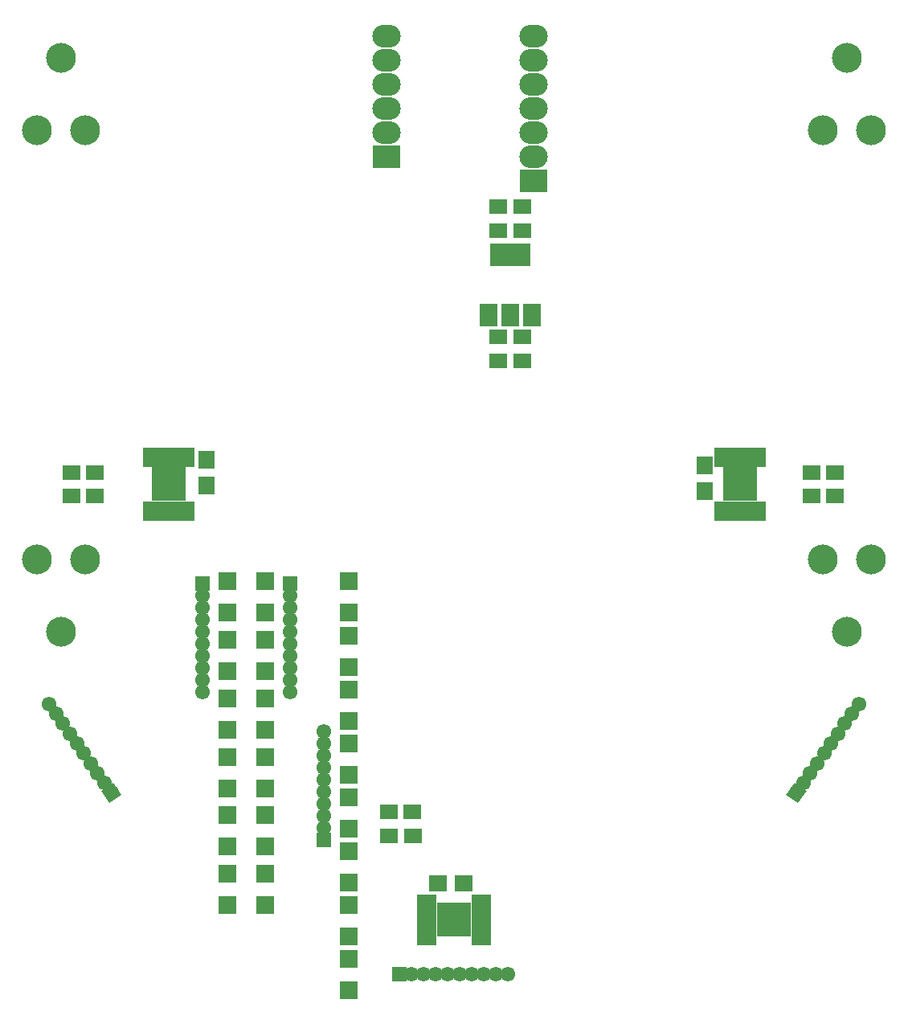
<source format=gts>
G04 #@! TF.GenerationSoftware,KiCad,Pcbnew,(5.0.0)*
G04 #@! TF.CreationDate,2019-01-07T17:19:25-08:00*
G04 #@! TF.ProjectId,Lights,4C69676874732E6B696361645F706362,rev?*
G04 #@! TF.SameCoordinates,Original*
G04 #@! TF.FileFunction,Soldermask,Top*
G04 #@! TF.FilePolarity,Negative*
%FSLAX46Y46*%
G04 Gerber Fmt 4.6, Leading zero omitted, Abs format (unit mm)*
G04 Created by KiCad (PCBNEW (5.0.0)) date 01/07/19 17:19:25*
%MOMM*%
%LPD*%
G01*
G04 APERTURE LIST*
%ADD10O,3.000000X2.400000*%
%ADD11R,3.000000X2.400000*%
%ADD12R,1.900000X1.900000*%
%ADD13C,3.150000*%
%ADD14R,1.900000X1.650000*%
%ADD15R,2.000000X0.850000*%
%ADD16R,3.600000X3.600000*%
%ADD17R,0.850000X2.000000*%
%ADD18C,1.550000*%
%ADD19R,1.550000X1.550000*%
%ADD20C,0.100000*%
%ADD21R,1.900000X1.700000*%
%ADD22R,1.700000X1.900000*%
%ADD23R,1.900000X2.400000*%
%ADD24R,4.200000X2.400000*%
G04 APERTURE END LIST*
D10*
G04 #@! TO.C,J12*
X60500000Y-2510000D03*
X60500000Y-5050000D03*
X60500000Y-7590000D03*
X60500000Y-10130000D03*
X60500000Y-12670000D03*
X60500000Y-15210000D03*
D11*
X60500000Y-17750000D03*
G04 #@! TD*
D12*
G04 #@! TO.C,D13*
X41021000Y-77041740D03*
X41021000Y-80341740D03*
G04 #@! TD*
D13*
G04 #@! TO.C,BT1*
X93497400Y-4801140D03*
X90957400Y-12421140D03*
X96037400Y-12421140D03*
G04 #@! TD*
G04 #@! TO.C,BT2*
X90965020Y-57660000D03*
X96045020Y-57660000D03*
X93505020Y-65280000D03*
G04 #@! TD*
G04 #@! TO.C,BT3*
X10637520Y-4801140D03*
X8097520Y-12421140D03*
X13177520Y-12421140D03*
G04 #@! TD*
G04 #@! TO.C,BT4*
X8097520Y-57660000D03*
X13177520Y-57660000D03*
X10637520Y-65280000D03*
G04 #@! TD*
D14*
G04 #@! TO.C,C1*
X56750000Y-34250000D03*
X59250000Y-34250000D03*
G04 #@! TD*
G04 #@! TO.C,C2*
X45194000Y-84250000D03*
X47694000Y-84250000D03*
G04 #@! TD*
G04 #@! TO.C,C3*
X47750000Y-86750000D03*
X45250000Y-86750000D03*
G04 #@! TD*
G04 #@! TO.C,C4*
X92250000Y-48500000D03*
X89750000Y-48500000D03*
G04 #@! TD*
G04 #@! TO.C,C5*
X89750000Y-51000000D03*
X92250000Y-51000000D03*
G04 #@! TD*
G04 #@! TO.C,C6*
X11750000Y-48500000D03*
X14250000Y-48500000D03*
G04 #@! TD*
G04 #@! TO.C,C7*
X14250000Y-51000000D03*
X11750000Y-51000000D03*
G04 #@! TD*
D15*
G04 #@! TO.C,IC1*
X49195000Y-93356000D03*
X49195000Y-94006000D03*
X49195000Y-94656000D03*
X49195000Y-95306000D03*
X49195000Y-95956000D03*
X49195000Y-96606000D03*
X49195000Y-97256000D03*
X49195000Y-97906000D03*
X54945000Y-97906000D03*
X54945000Y-97256000D03*
X54945000Y-96606000D03*
X54945000Y-95956000D03*
X54945000Y-95306000D03*
X54945000Y-94656000D03*
X54945000Y-94006000D03*
X54945000Y-93356000D03*
D16*
X52070000Y-95631000D03*
G04 #@! TD*
G04 #@! TO.C,IC2*
X82250000Y-49750000D03*
D17*
X79975000Y-46875000D03*
X80625000Y-46875000D03*
X81275000Y-46875000D03*
X81925000Y-46875000D03*
X82575000Y-46875000D03*
X83225000Y-46875000D03*
X83875000Y-46875000D03*
X84525000Y-46875000D03*
X84525000Y-52625000D03*
X83875000Y-52625000D03*
X83225000Y-52625000D03*
X82575000Y-52625000D03*
X81925000Y-52625000D03*
X81275000Y-52625000D03*
X80625000Y-52625000D03*
X79975000Y-52625000D03*
G04 #@! TD*
G04 #@! TO.C,IC3*
X24275000Y-46875000D03*
X23625000Y-46875000D03*
X22975000Y-46875000D03*
X22325000Y-46875000D03*
X21675000Y-46875000D03*
X21025000Y-46875000D03*
X20375000Y-46875000D03*
X19725000Y-46875000D03*
X19725000Y-52625000D03*
X20375000Y-52625000D03*
X21025000Y-52625000D03*
X21675000Y-52625000D03*
X22325000Y-52625000D03*
X22975000Y-52625000D03*
X23625000Y-52625000D03*
X24275000Y-52625000D03*
D16*
X22000000Y-49750000D03*
G04 #@! TD*
D18*
G04 #@! TO.C,J1*
X57785000Y-101368860D03*
X56515000Y-101368860D03*
X55245000Y-101368860D03*
X53975000Y-101368860D03*
X52705000Y-101368860D03*
X51435000Y-101368860D03*
X50165000Y-101368860D03*
X48895000Y-101368860D03*
X47625000Y-101368860D03*
D19*
X46355000Y-101368860D03*
G04 #@! TD*
G04 #@! TO.C,J2*
X25571018Y-60204000D03*
D18*
X25571018Y-61474000D03*
X25571018Y-62744000D03*
X25571018Y-64014000D03*
X25571018Y-65284000D03*
X25571018Y-66554000D03*
X25571018Y-67824000D03*
X25571018Y-69094000D03*
X25571018Y-70364000D03*
X25571018Y-71634000D03*
G04 #@! TD*
G04 #@! TO.C,J3*
X94721919Y-72892452D03*
X93993477Y-73932775D03*
X93265035Y-74973098D03*
X92536592Y-76013421D03*
X91808150Y-77053745D03*
X91079708Y-78094068D03*
X90351266Y-79134391D03*
X89622824Y-80174714D03*
X88894382Y-81215037D03*
X88165940Y-82255360D03*
D20*
G36*
X89245305Y-82065039D02*
X88356261Y-83334725D01*
X87086575Y-82445681D01*
X87975619Y-81175995D01*
X89245305Y-82065039D01*
X89245305Y-82065039D01*
G37*
G04 #@! TD*
D19*
G04 #@! TO.C,J4*
X38371018Y-87249000D03*
D18*
X38371018Y-85979000D03*
X38371018Y-84709000D03*
X38371018Y-83439000D03*
X38371018Y-82169000D03*
X38371018Y-80899000D03*
X38371018Y-79629000D03*
X38371018Y-78359000D03*
X38371018Y-77089000D03*
X38371018Y-75819000D03*
G04 #@! TD*
G04 #@! TO.C,J5*
X9418081Y-72892452D03*
X10146523Y-73932775D03*
X10874965Y-74973098D03*
X11603408Y-76013421D03*
X12331850Y-77053745D03*
X13060292Y-78094068D03*
X13788734Y-79134391D03*
X14517176Y-80174714D03*
X15245618Y-81215037D03*
X15974060Y-82255360D03*
D20*
G36*
X16164381Y-81175995D02*
X17053425Y-82445681D01*
X15783739Y-83334725D01*
X14894695Y-82065039D01*
X16164381Y-81175995D01*
X16164381Y-81175995D01*
G37*
G04 #@! TD*
D19*
G04 #@! TO.C,J6*
X34807220Y-60204000D03*
D18*
X34807220Y-61474000D03*
X34807220Y-62744000D03*
X34807220Y-64014000D03*
X34807220Y-65284000D03*
X34807220Y-66554000D03*
X34807220Y-67824000D03*
X34807220Y-69094000D03*
X34807220Y-70364000D03*
X34807220Y-71634000D03*
G04 #@! TD*
D10*
G04 #@! TO.C,J7*
X45000000Y-2550000D03*
X45000000Y-5090000D03*
X45000000Y-7630000D03*
X45000000Y-10170000D03*
X45000000Y-12710000D03*
D11*
X45000000Y-15250000D03*
G04 #@! TD*
D21*
G04 #@! TO.C,R1*
X53100000Y-91750000D03*
X50400000Y-91750000D03*
G04 #@! TD*
D22*
G04 #@! TO.C,R2*
X78500000Y-50450000D03*
X78500000Y-47750000D03*
G04 #@! TD*
G04 #@! TO.C,R3*
X26000000Y-49850000D03*
X26000000Y-47150000D03*
G04 #@! TD*
D23*
G04 #@! TO.C,U1*
X55700000Y-31900000D03*
X60300000Y-31900000D03*
X58000000Y-31900000D03*
D24*
X58000000Y-25600000D03*
G04 #@! TD*
D14*
G04 #@! TO.C,C8*
X56750000Y-36750000D03*
X59250000Y-36750000D03*
G04 #@! TD*
G04 #@! TO.C,C9*
X59250000Y-23000000D03*
X56750000Y-23000000D03*
G04 #@! TD*
G04 #@! TO.C,C10*
X56750000Y-20500000D03*
X59250000Y-20500000D03*
G04 #@! TD*
D12*
G04 #@! TO.C,D1*
X28221000Y-63289100D03*
X28221000Y-59989100D03*
G04 #@! TD*
G04 #@! TO.C,D2*
X28221000Y-69446060D03*
X28221000Y-66146060D03*
G04 #@! TD*
G04 #@! TO.C,D3*
X28221000Y-72303020D03*
X28221000Y-75603020D03*
G04 #@! TD*
G04 #@! TO.C,D4*
X28221000Y-81759980D03*
X28221000Y-78459980D03*
G04 #@! TD*
G04 #@! TO.C,D5*
X28221000Y-87916940D03*
X28221000Y-84616940D03*
G04 #@! TD*
G04 #@! TO.C,D6*
X28221000Y-90773900D03*
X28221000Y-94073900D03*
G04 #@! TD*
G04 #@! TO.C,D9*
X41021000Y-99784900D03*
X41021000Y-103084900D03*
G04 #@! TD*
G04 #@! TO.C,D10*
X41021000Y-97397840D03*
X41021000Y-94097840D03*
G04 #@! TD*
G04 #@! TO.C,D11*
X41021000Y-88413320D03*
X41021000Y-91713320D03*
G04 #@! TD*
G04 #@! TO.C,D12*
X41021000Y-86026260D03*
X41021000Y-82726260D03*
G04 #@! TD*
G04 #@! TO.C,D14*
X41021000Y-74654680D03*
X41021000Y-71354680D03*
G04 #@! TD*
G04 #@! TO.C,D15*
X41021000Y-68970160D03*
X41021000Y-65670160D03*
G04 #@! TD*
G04 #@! TO.C,D16*
X41021000Y-59983100D03*
X41021000Y-63283100D03*
G04 #@! TD*
G04 #@! TO.C,D17*
X32158000Y-59989100D03*
X32158000Y-63289100D03*
G04 #@! TD*
G04 #@! TO.C,D18*
X32158000Y-69446060D03*
X32158000Y-66146060D03*
G04 #@! TD*
G04 #@! TO.C,D19*
X32158000Y-72303020D03*
X32158000Y-75603020D03*
G04 #@! TD*
G04 #@! TO.C,D20*
X32158000Y-78459980D03*
X32158000Y-81759980D03*
G04 #@! TD*
G04 #@! TO.C,D21*
X32158000Y-87916940D03*
X32158000Y-84616940D03*
G04 #@! TD*
G04 #@! TO.C,D22*
X32158000Y-90773900D03*
X32158000Y-94073900D03*
G04 #@! TD*
M02*

</source>
